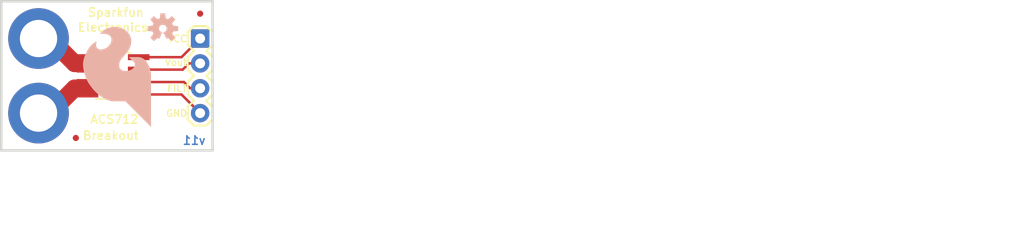
<source format=kicad_pcb>
(kicad_pcb (version 20211014) (generator pcbnew)
  (layers (0 "F.Cu" signal) (1 "In1.Cu" signal) (2 "In2.Cu" signal) (3 "In3.Cu" signal) (4 "In4.Cu" signal) (5 "In5.Cu" signal) (6 "In6.Cu" signal) (7 "In7.Cu" signal) (8 "In8.Cu" signal) (9 "In9.Cu" signal) (10 "In10.Cu" signal) (11 "In11.Cu" signal) (12 "In12.Cu" signal) (13 "In13.Cu" signal) (14 "In14.Cu" signal) (31 "B.Cu" signal) (34 "B.Paste" user) (35 "F.Paste" user) (36 "B.SilkS" user "B.Silkscreen") (37 "F.SilkS" user "F.Silkscreen") (38 "B.Mask" user) (39 "F.Mask" user) (44 "Edge.Cuts" user))
  (net 0 "")
  (net 1 "N$1")
  (net 2 "N$3")
  (net 3 "VCC")
  (net 4 "VOUT")
  (net 5 "FILT")
  (net 6 "GND")
  (footprint "boardEagle:SO08" (layer "F.Cu") (at 149.1361 105.0036 -90)
    (fp_text reference "U$1" (at -1.27 0 -90) (layer "F.SilkS") (effects (font (size 0.373888 0.373888) (thickness 0.032512)) (justify left bottom)))
    (fp_text value "ACS712")
    (fp_line (start 2.362 1.803) (end 2.362 -1.803) (layer "F.SilkS") (width 0.1524))
    (fp_line (start -2.362 -1.803) (end -2.362 1.803) (layer "F.SilkS") (width 0.1524))
    (fp_circle (center -1.8034 0.9906) (end -1.6598 0.9906) (layer "F.SilkS") (width 0.2032) (fill none))
    (pad "1" smd rect (at -1.905 2.6162 270) (size 0.6096 2.2098) (layers "F.Cu" "F.Paste" "F.Mask") (net 1 "N$1"))
    (pad "2" smd rect (at -0.635 2.6162 270) (size 0.6096 2.2098) (layers "F.Cu" "F.Paste" "F.Mask") (net 1 "N$1"))
    (pad "3" smd rect (at 0.635 2.6162 270) (size 0.6096 2.2098) (layers "F.Cu" "F.Paste" "F.Mask") (net 2 "N$3"))
    (pad "4" smd rect (at 1.905 2.6162 270) (size 0.6096 2.2098) (layers "F.Cu" "F.Paste" "F.Mask") (net 2 "N$3"))
    (pad "5" smd rect (at 1.905 -2.6162 270) (size 0.6096 2.2098) (layers "F.Cu" "F.Paste" "F.Mask") (net 6 "GND"))
    (pad "6" smd rect (at 0.635 -2.6162 270) (size 0.6096 2.2098) (layers "F.Cu" "F.Paste" "F.Mask") (net 5 "FILT"))
    (pad "7" smd rect (at -0.635 -2.6162 270) (size 0.6096 2.2098) (layers "F.Cu" "F.Paste" "F.Mask") (net 4 "VOUT"))
    (pad "8" smd rect (at -1.905 -2.6162 270) (size 0.6096 2.2098) (layers "F.Cu" "F.Paste" "F.Mask") (net 3 "VCC"))
  )
  (footprint "boardEagle:1X04" (layer "F.Cu") (at 158.0261 101.1936 -90)
    (fp_text reference "JP3" hide)
    (fp_text value "")
    (fp_line (start -0.635 -1.27) (end -1.27 -0.635) (layer "F.SilkS") (width 0.2032))
    (fp_line (start 3.81 0.635) (end 3.175 1.27) (layer "F.SilkS") (width 0.2032))
    (fp_line (start 4.445 -1.27) (end 5.715 -1.27) (layer "F.SilkS") (width 0.2032))
    (fp_line (start 3.81 -0.635) (end 4.445 -1.27) (layer "F.SilkS") (width 0.2032))
    (fp_line (start 4.445 1.27) (end 3.81 0.635) (layer "F.SilkS") (width 0.2032))
    (fp_line (start 0.635 1.27) (end -0.635 1.27) (layer "F.SilkS") (width 0.2032))
    (fp_line (start 1.27 -0.635) (end 1.905 -1.27) (layer "F.SilkS") (width 0.2032))
    (fp_line (start 1.905 -1.27) (end 3.175 -1.27) (layer "F.SilkS") (width 0.2032))
    (fp_line (start 3.175 1.27) (end 1.905 1.27) (layer "F.SilkS") (width 0.2032))
    (fp_line (start 8.255 -1.27) (end 8.89 -0.635) (layer "F.SilkS") (width 0.2032))
    (fp_line (start 5.715 -1.27) (end 6.35 -0.635) (layer "F.SilkS") (width 0.2032))
    (fp_line (start 8.255 1.27) (end 6.985 1.27) (layer "F.SilkS") (width 0.2032))
    (fp_line (start 6.35 0.635) (end 5.715 1.27) (layer "F.SilkS") (width 0.2032))
    (fp_line (start 6.35 0.635) (end 6.985 1.27) (layer "F.SilkS") (width 0.2032))
    (fp_line (start 5.715 1.27) (end 4.445 1.27) (layer "F.SilkS") (width 0.2032))
    (fp_line (start 1.27 0.635) (end 0.635 1.27) (layer "F.SilkS") (width 0.2032))
    (fp_line (start 1.905 1.27) (end 1.27 0.635) (layer "F.SilkS") (width 0.2032))
    (fp_line (start -1.27 -0.635) (end -1.27 0.635) (layer "F.SilkS") (width 0.2032))
    (fp_line (start 3.175 -1.27) (end 3.81 -0.635) (layer "F.SilkS") (width 0.2032))
    (fp_line (start 6.985 -1.27) (end 8.255 -1.27) (layer "F.SilkS") (width 0.2032))
    (fp_line (start 0.635 -1.27) (end 1.27 -0.635) (layer "F.SilkS") (width 0.2032))
    (fp_line (start -1.27 0.635) (end -0.635 1.27) (layer "F.SilkS") (width 0.2032))
    (fp_line (start -0.635 -1.27) (end 0.635 -1.27) (layer "F.SilkS") (width 0.2032))
    (fp_line (start 6.985 -1.27) (end 6.35 -0.635) (layer "F.SilkS") (width 0.2032))
    (fp_line (start 8.89 -0.635) (end 8.89 0.635) (layer "F.SilkS") (width 0.2032))
    (fp_line (start 8.89 0.635) (end 8.255 1.27) (layer "F.SilkS") (width 0.2032))
    (pad "1" thru_hole rect (at 0 0) (size 1.8796 1.8796) (drill 1.016) (layers *.Cu *.Mask) (net 3 "VCC"))
    (pad "2" thru_hole circle (at 2.54 0) (size 1.8796 1.8796) (drill 1.016) (layers *.Cu *.Mask) (net 4 "VOUT"))
    (pad "3" thru_hole circle (at 5.08 0) (size 1.8796 1.8796) (drill 1.016) (layers *.Cu *.Mask) (net 5 "FILT"))
    (pad "4" thru_hole circle (at 7.62 0) (size 1.8796 1.8796) (drill 1.016) (layers *.Cu *.Mask) (net 6 "GND"))
  )
  (footprint "boardEagle:SMTSO-256-ET" (layer "F.Cu") (at 141.5161 108.8136)
    (fp_text reference "JP2" hide)
    (fp_text value "M01-SMTSO-256-ET" hide)
    (pad "P$1" thru_hole circle (at 0 0) (size 6.1976 6.1976) (drill 3.81) (layers *.Cu *.Mask) (net 2 "N$3"))
  )
  (footprint "boardEagle:MICRO-FIDUCIAL" (layer "F.Cu") (at 158.0261 98.6536)
    (fp_text reference "JP4" hide)
    (fp_text value "FIDUCIALUFIDUCIAL" hide)
    (pad "1" smd roundrect (at 0 0) (size 0.635 0.635) (layers "F.Cu" "F.Mask") (roundrect_rratio 0.5))
  )
  (footprint "boardEagle:MICRO-FIDUCIAL" (layer "F.Cu") (at 145.3261 111.3536)
    (fp_text reference "JP5" hide)
    (fp_text value "FIDUCIALUFIDUCIAL" hide)
    (pad "1" smd roundrect (at 0 0) (size 0.635 0.635) (layers "F.Cu" "F.Mask") (roundrect_rratio 0.5))
  )
  (footprint "boardEagle:SMTSO-256-ET" (layer "F.Cu") (at 141.5161 101.1936)
    (fp_text reference "JP1" hide)
    (fp_text value "M01-SMTSO-256-ET" hide)
    (pad "P$1" thru_hole circle (at 0 0) (size 6.1976 6.1976) (drill 3.81) (layers *.Cu *.Mask) (net 1 "N$1"))
  )
  (footprint "boardEagle:CREATIVE_COMMONS" (layer "F.Cu") (at 159.2961 120.2436)
    (fp_text reference "U$4" hide)
    (fp_text value "CREATIVE_COMMONS" hide)
  )
  (footprint "boardEagle:OSHW-LOGO-S" (layer "B.Cu") (at 154.2161 100.1776 180)
    (fp_text reference "U$3" hide)
    (fp_text value "OSHW-LOGOS" hide)
    (fp_poly (pts (xy 0.301647 1.061351) (xy 0.42347 1.022344) (xy 0.537177 0.963769) (xy 0.92862 1.282946) (xy 1.282946 0.92862) (xy 0.961035 0.533823) (xy 1.057046 0.302084) (xy 1.5638 0.250561) (xy 1.5638 -0.250561) (xy 1.057046 -0.302084) (xy 0.961035 -0.533823) (xy 1.282946 -0.92862) (xy 0.92862 -1.282946) (xy 0.537177 -0.96377) (xy 0.356601 -1.056794) (xy 0.088679 -0.410073) (xy 0.326262 -0.2176) (xy 0.373649 -0.121468) (xy 0.392729 -0.010339) (xy 0.379464 0.101634) (xy 0.334947 0.205229) (xy 0.262842 0.291918) (xy 0.169087 0.354561) (xy 0.061406 0.387999) (xy -0.051342 0.38948) (xy -0.159868 0.358881) (xy -0.255234 0.298724) (xy -0.329589 0.213962) (xy -0.376813 0.111569) (xy -0.392176 0.005767) (xy -0.322923 -0.222565) (xy -0.249312 -0.303773) (xy 0.091677 -0.5081) (xy -0.12929 -0.5081) (xy -0.355332 -1.053732) (xy -0.506597 -0.983577) (xy -0.538922 -0.965192) (xy -0.92862 -1.282946) (xy -1.282946 -0.92862) (xy -0.961035 -0.533823) (xy -1.057046 -0.302084) (xy -1.5638 -0.250561) (xy -1.5638 0.250561) (xy -1.057046 0.302084) (xy -0.961035 0.533823) (xy -1.282946 0.92862) (xy -0.92862 1.282946) (xy -0.533823 0.961035) (xy -0.302084 1.057046) (xy -0.250561 1.5638) (xy 0.250561 1.5638)) (layer "B.SilkS") (width 0) (fill solid))
  )
  (footprint "boardEagle:LOGO-FLAME-LARGE" (layer "B.Cu") (at 152.9461 110.0836 180)
    (fp_text reference "U$2" hide)
    (fp_text value "LOGO-FLAME-LARGE" hide)
    (fp_poly (pts (xy 3.913365 10.06099) (xy 4.118804 10.015348) (xy 4.272405 9.982804) (xy 4.463404 9.903584) (xy 4.622728 9.828565) (xy 4.772821 9.72067) (xy 4.901536 9.614976) (xy 5.178984 9.360616) (xy 4.913952 9.3811) (xy 4.782011 9.3811) (xy 4.652485 9.3749) (xy 4.499317 9.344305) (xy 4.370888 9.301495) (xy 4.242726 9.240434) (xy 4.152004 9.179984) (xy 4.09186 9.130752) (xy 4.02344 9.016807) (xy 3.9837 8.89741) (xy 3.9837 8.748956) (xy 4.001828 8.554525) (xy 4.061031 8.412639) (xy 4.14218 8.279713) (xy 4.258646 8.141458) (xy 4.375573 8.018347) (xy 4.507433 7.928463) (xy 4.661424 7.860658) (xy 4.82233 7.804981) (xy 4.96366 7.780382) (xy 5.089268 7.76845) (xy 5.204219 7.785684) (xy 5.324413 7.831409) (xy 5.439956 7.923825) (xy 5.51315 8.019674) (xy 5.546346 8.113786) (xy 5.557338 8.201303) (xy 5.532648 8.349252) (xy 5.50672 8.596276) (xy 5.719757 8.476481) (xy 5.847578 8.389014) (xy 5.975087 8.281632) (xy 6.058409 8.197582) (xy 6.164468 8.078305) (xy 6.272396 7.939185) (xy 6.401015 7.729758) (xy 6.486666 7.571594) (xy 6.556698 7.425939) (xy 6.638658 7.23943) (xy 6.688557 7.136412) (xy 6.768691 6.942937) (xy 6.821724 6.736138) (xy 6.85493 6.590296) (xy 6.881568 6.396607) (xy 6.888288 6.175886) (xy 6.868377 5.956762) (xy 6.841823 5.777757) (xy 6.789458 5.554925) (xy 6.731763 5.317971) (xy 6.652146 5.080332) (xy 6.581331 4.858552) (xy 6.467828 4.610435) (xy 6.355513 4.392442) (xy 6.210262 4.174617) (xy 6.073659 3.992346) (xy 5.949823 3.823003) (xy 5.806466 3.648083) (xy 5.635947 3.468114) (xy 5.447879 3.289434) (xy 5.249013 3.109469) (xy 5.077561 2.985659) (xy 4.857215 2.838152) (xy 4.615264 2.70758) (xy 4.362964 2.597071) (xy 4.137909 2.525996) (xy 3.908586 2.477974) (xy 3.771587 2.472252) (xy 3.590098 2.478763) (xy 3.390729 2.4723) (xy 2.549298 2.4723) (xy -0.0635 -0.153857) (xy -0.0635 5.081946) (xy -0.04978 5.305538) (xy -0.031274 5.468156) (xy 0.001488 5.608254) (xy 0.037944 5.731432) (xy 0.078763 5.867532) (xy 0.120605 5.988202) (xy 0.198367 6.162172) (xy 0.261363 6.293743) (xy 0.33466 6.432606) (xy 0.424877 6.565993) (xy 0.532278 6.689222) (xy 0.671067 6.800253) (xy 0.808584 6.882763) (xy 0.980068 6.96259) (xy 1.116646 6.986642) (xy 1.230735 7.0024) (xy 1.363032 7.0024) (xy 1.527 6.998617) (xy 1.690968 7.0024) (xy 1.849456 7.0024) (xy 2.206113 6.996154) (xy 2.076671 6.852072) (xy 1.997805 6.785105) (xy 1.925023 6.726821) (xy 1.841908 6.643706) (xy 1.758874 6.556943) (xy 1.694502 6.49611) (xy 1.640494 6.423111) (xy 1.604094 6.307091) (xy 1.587282 6.192734) (xy 1.598352 6.085929) (xy 1.642689 5.974823) (xy 1.716291 5.877791) (xy 1.796152 5.804886) (xy 1.852723 5.761294) (xy 1.94804 5.712086) (xy 2.063993 5.657743) (xy 2.190631 5.612085) (xy 2.318778 5.59068) (xy 2.448385 5.5727) (xy 2.592554 5.5727) (xy 2.729649 5.593734) (xy 2.892008 5.641023) (xy 2.976949 5.695235) (xy 3.052737 5.764821) (xy 3.123435 5.85036) (xy 3.172942 5.955806) (xy 3.189194 6.037151) (xy 3.19459 6.152104) (xy 3.178279 6.267136) (xy 3.159219 6.39141) (xy 3.122735 6.532644) (xy 3.048325 6.689352) (xy 2.920238 6.848956) (xy 2.810988 6.97759) (xy 2.694588 7.113273) (xy 2.577313 7.250196) (xy 2.467612 7.389615) (xy 2.350329 7.522517) (xy 2.233973 7.683753) (xy 2.155056 7.832101) (xy 2.088988 7.984283) (xy 2.029209 8.13712) (xy 1.981927 8.305892) (xy 1.961449 8.449349) (xy 1.953565 8.688144) (xy 1.972638 8.835643) (xy 2.004801 8.972933) (xy 2.051717 9.123085) (xy 2.12198 9.271277) (xy 2.21174 9.398175) (xy 2.315252 9.532029) (xy 2.443655 9.661602) (xy 2.611875 9.769171) (xy 2.799237 9.883297) (xy 2.963113 9.962941) (xy 3.137306 10.019434) (xy 3.333098 10.056703) (xy 3.553819 10.07513) (xy 3.730418 10.079786)) (layer "B.SilkS") (width 0) (fill solid))
  )
  (gr_line (start 159.2961 112.6236) (end 137.7061 112.6236) (layer "Edge.Cuts") (width 0.254))
  (gr_line (start 159.2961 97.3836) (end 159.2961 112.6236) (layer "Edge.Cuts") (width 0.254))
  (gr_line (start 137.7061 112.6236) (end 137.7061 97.3836) (layer "Edge.Cuts") (width 0.254))
  (gr_line (start 137.7061 97.3836) (end 159.2961 97.3836) (layer "Edge.Cuts") (width 0.254))
  (gr_text "v11" (at 158.6611 112.1156) (layer "B.Cu") (effects (font (size 0.8636 0.8636) (thickness 0.1524)) (justify left bottom mirror)))
  (gr_text "VCC" (at 156.7561 100.8126) (layer "F.SilkS") (effects (font (size 0.69088 0.69088) (thickness 0.12192)) (justify right top)))
  (gr_text "Breakout" (at 145.9611 111.6076) (layer "F.SilkS") (effects (font (size 0.8636 0.8636) (thickness 0.1524)) (justify left bottom)))
  (gr_text "Electronics" (at 145.4531 100.5586) (layer "F.SilkS") (effects (font (size 0.8636 0.8636) (thickness 0.1524)) (justify left bottom)))
  (gr_text "FILT" (at 156.7561 105.8926) (layer "F.SilkS") (effects (font (size 0.69088 0.69088) (thickness 0.12192)) (justify right top)))
  (gr_text "Vout" (at 156.7561 103.2256) (layer "F.SilkS") (effects (font (size 0.69088 0.69088) (thickness 0.12192)) (justify right top)))
  (gr_text "ACS712 " (at 146.7231 109.9566) (layer "F.SilkS") (effects (font (size 0.8636 0.8636) (thickness 0.1524)) (justify left bottom)))
  (gr_text "Sparkfun" (at 146.4691 99.0346) (layer "F.SilkS") (effects (font (size 0.8636 0.8636) (thickness 0.1524)) (justify left bottom)))
  (gr_text "GND" (at 156.7561 108.4326) (layer "F.SilkS") (effects (font (size 0.69088 0.69088) (thickness 0.12192)) (justify right top)))
  (segment (start 146.5199 103.8098) (end 146.5199 104.3686) (width 0.254) (layer "F.Cu") (net 1))
  (segment (start 145.1991 103.7336) (end 146.5961 103.7336) (width 1.778) (layer "F.Cu") (net 1))
  (segment (start 146.5199 103.6574) (end 146.5199 103.0986) (width 0.254) (layer "F.Cu") (net 1))
  (segment (start 146.5961 103.7336) (end 146.5199 103.6574) (width 0.254) (layer "F.Cu") (net 1))
  (segment (start 146.5961 103.7336) (end 146.5199 103.8098) (width 0.254) (layer "F.Cu") (net 1))
  (segment (start 142.6591 101.1936) (end 145.1991 103.7336) (width 1.778) (layer "F.Cu") (net 1))
  (segment (start 141.5161 101.1936) (end 142.6591 101.1936) (width 1.778) (layer "F.Cu") (net 1))
  (segment (start 141.5161 108.8136) (end 142.6591 108.8136) (width 1.778) (layer "F.Cu") (net 2))
  (segment (start 146.4691 106.2736) (end 146.5199 106.2228) (width 0.254) (layer "F.Cu") (net 2))
  (segment (start 145.1991 106.2736) (end 146.4691 106.2736) (width 1.778) (layer "F.Cu") (net 2))
  (segment (start 146.5199 106.3244) (end 146.5199 106.9086) (width 0.254) (layer "F.Cu") (net 2))
  (segment (start 146.5199 106.2228) (end 146.5199 105.6386) (width 0.254) (layer "F.Cu") (net 2))
  (segment (start 146.4691 106.2736) (end 146.5199 106.3244) (width 0.254) (layer "F.Cu") (net 2))
  (segment (start 142.6591 108.8136) (end 145.1991 106.2736) (width 1.778) (layer "F.Cu") (net 2))
  (segment (start 156.1211 103.0986) (end 158.0261 101.1936) (width 0.254) (layer "F.Cu") (net 3))
  (segment (start 151.7523 103.0986) (end 156.1211 103.0986) (width 0.254) (layer "F.Cu") (net 3))
  (segment (start 151.7523 104.3686) (end 151.6761 104.3686) (width 0.254) (layer "F.Cu") (net 4))
  (segment (start 151.7523 104.3686) (end 156.2481 104.3686) (width 0.254) (layer "F.Cu") (net 4))
  (segment (start 156.2481 104.3686) (end 156.8831 103.7336) (width 0.254) (layer "F.Cu") (net 4))
  (segment (start 156.8831 103.7336) (end 158.0261 103.7336) (width 0.254) (layer "F.Cu") (net 4))
  (segment (start 157.0101 106.2736) (end 158.0261 106.2736) (width 0.254) (layer "F.Cu") (net 5))
  (segment (start 151.7523 105.6386) (end 156.3751 105.6386) (width 0.254) (layer "F.Cu") (net 5))
  (segment (start 156.3751 105.6386) (end 157.0101 106.2736) (width 0.254) (layer "F.Cu") (net 5))
  (segment (start 151.7523 106.9086) (end 156.1211 106.9086) (width 0.254) (layer "F.Cu") (net 6))
  (segment (start 156.1211 106.9086) (end 158.0261 108.8136) (width 0.254) (layer "F.Cu") (net 6))
)
</source>
